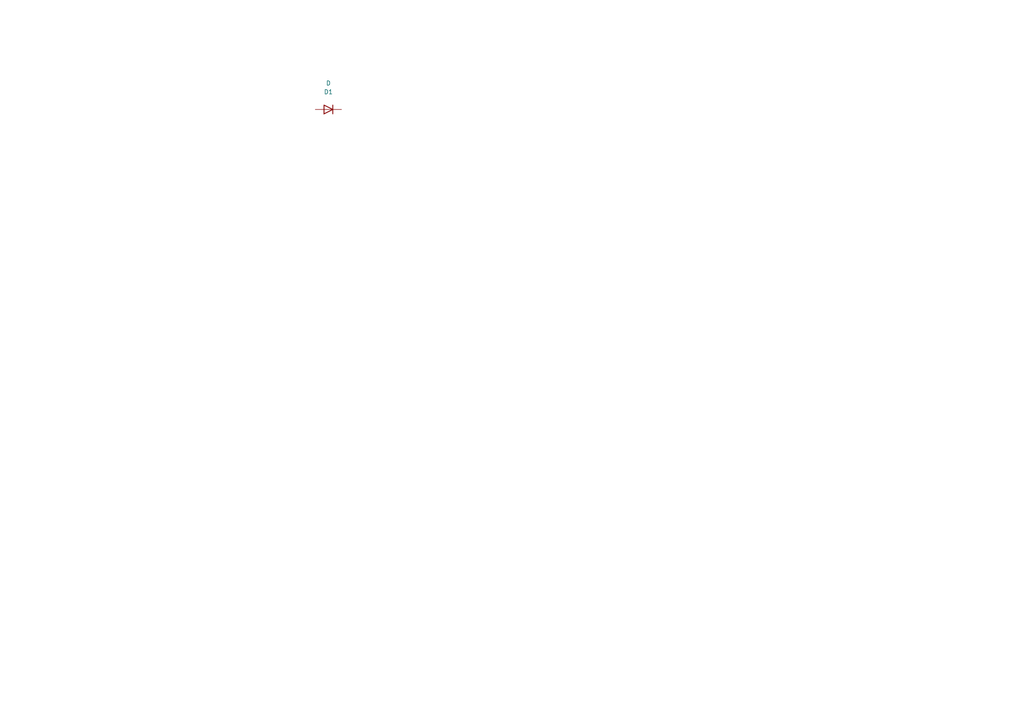
<source format=kicad_sch>
(kicad_sch (version 20211123) (generator eeschema)
  (paper "A4")
  (lib_symbols
    (symbol "Device:D" (pin_numbers hide) (pin_names (offset 1.016) hide)
      (property "Reference" "D" (at 0 2.54 0))
      (property "Value" "D" (at 0 -2.54 0))
      (symbol "D_0_1"
        (polyline (pts (xy -1.27 1.27) (xy -1.27 -1.27)) (stroke (width 0.254)))
        (polyline (pts (xy 1.27 0) (xy -1.27 0)))
        (polyline (pts (xy 1.27 1.27) (xy 1.27 -1.27) (xy -1.27 0) (xy 1.27 1.27)) (stroke (width 0.254)))
      )
      (symbol "D_1_1"
        (pin passive line (at -3.81 0 0) (length 2.54) (name "K") (number "1"))
        (pin passive line (at 3.81 0 180) (length 2.54) (name "A") (number "2"))
      )
    )
  )
  (symbol (lib_id "Device:D") (at 95.25 31.75 180) (unit 1)
    (property "Reference" "D1" (at 95.25 26.67 0))
    (property "Value" "D" (at 95.25 24.13 0))
    (property "Footprint" "Diode_SMD:D_SMA" (effects hide))
    (property "LCSC" "C95872" (effects hide))
  )
)
</source>
